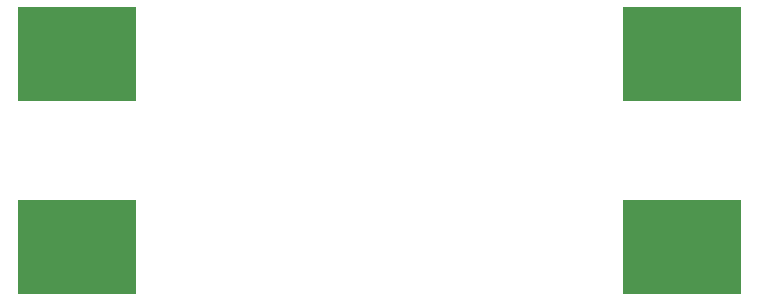
<source format=gbr>
G04 EAGLE Gerber RS-274X export*
G75*
%MOMM*%
%FSLAX34Y34*%
%LPD*%
%INSolderpaste Top*%
%IPPOS*%
%AMOC8*
5,1,8,0,0,1.08239X$1,22.5*%
G01*
%ADD10R,10.000000X8.000000*%


D10*
X261900Y268600D03*
X261900Y431600D03*
X773900Y268600D03*
X773900Y431600D03*
M02*

</source>
